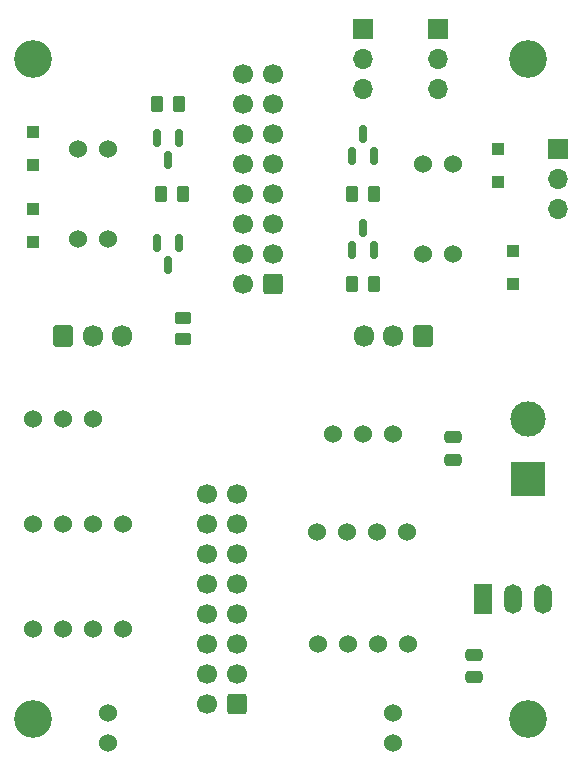
<source format=gbr>
%TF.GenerationSoftware,KiCad,Pcbnew,(6.0.1)*%
%TF.CreationDate,2022-02-03T23:41:23+01:00*%
%TF.ProjectId,CarteSecondaire,43617274-6553-4656-936f-6e6461697265,rev?*%
%TF.SameCoordinates,Original*%
%TF.FileFunction,Soldermask,Top*%
%TF.FilePolarity,Negative*%
%FSLAX46Y46*%
G04 Gerber Fmt 4.6, Leading zero omitted, Abs format (unit mm)*
G04 Created by KiCad (PCBNEW (6.0.1)) date 2022-02-03 23:41:23*
%MOMM*%
%LPD*%
G01*
G04 APERTURE LIST*
G04 Aperture macros list*
%AMRoundRect*
0 Rectangle with rounded corners*
0 $1 Rounding radius*
0 $2 $3 $4 $5 $6 $7 $8 $9 X,Y pos of 4 corners*
0 Add a 4 corners polygon primitive as box body*
4,1,4,$2,$3,$4,$5,$6,$7,$8,$9,$2,$3,0*
0 Add four circle primitives for the rounded corners*
1,1,$1+$1,$2,$3*
1,1,$1+$1,$4,$5*
1,1,$1+$1,$6,$7*
1,1,$1+$1,$8,$9*
0 Add four rect primitives between the rounded corners*
20,1,$1+$1,$2,$3,$4,$5,0*
20,1,$1+$1,$4,$5,$6,$7,0*
20,1,$1+$1,$6,$7,$8,$9,0*
20,1,$1+$1,$8,$9,$2,$3,0*%
G04 Aperture macros list end*
%ADD10RoundRect,0.250000X0.600000X0.600000X-0.600000X0.600000X-0.600000X-0.600000X0.600000X-0.600000X0*%
%ADD11C,1.700000*%
%ADD12R,1.500000X2.500000*%
%ADD13O,1.500000X2.500000*%
%ADD14R,3.000000X3.000000*%
%ADD15C,3.000000*%
%ADD16RoundRect,0.250000X-0.475000X0.250000X-0.475000X-0.250000X0.475000X-0.250000X0.475000X0.250000X0*%
%ADD17R,1.100000X1.100000*%
%ADD18RoundRect,0.250000X-0.450000X0.262500X-0.450000X-0.262500X0.450000X-0.262500X0.450000X0.262500X0*%
%ADD19C,3.200000*%
%ADD20C,1.524000*%
%ADD21RoundRect,0.150000X0.150000X-0.587500X0.150000X0.587500X-0.150000X0.587500X-0.150000X-0.587500X0*%
%ADD22RoundRect,0.250000X0.262500X0.450000X-0.262500X0.450000X-0.262500X-0.450000X0.262500X-0.450000X0*%
%ADD23RoundRect,0.250000X-0.262500X-0.450000X0.262500X-0.450000X0.262500X0.450000X-0.262500X0.450000X0*%
%ADD24R,1.700000X1.700000*%
%ADD25O,1.700000X1.700000*%
%ADD26RoundRect,0.150000X-0.150000X0.587500X-0.150000X-0.587500X0.150000X-0.587500X0.150000X0.587500X0*%
%ADD27RoundRect,0.250000X0.600000X0.675000X-0.600000X0.675000X-0.600000X-0.675000X0.600000X-0.675000X0*%
%ADD28O,1.700000X1.850000*%
%ADD29RoundRect,0.250000X-0.600000X-0.675000X0.600000X-0.675000X0.600000X0.675000X-0.600000X0.675000X0*%
G04 APERTURE END LIST*
D10*
%TO.C,NAPPE2*%
X111801511Y-181001511D03*
D11*
X109261511Y-181001511D03*
X111801511Y-178461511D03*
X109261511Y-178461511D03*
X111801511Y-175921511D03*
X109261511Y-175921511D03*
X111801511Y-173381511D03*
X109261511Y-173381511D03*
X111801511Y-170841511D03*
X109261511Y-170841511D03*
X111801511Y-168301511D03*
X109261511Y-168301511D03*
X111801511Y-165761511D03*
X109261511Y-165761511D03*
X111801511Y-163221511D03*
X109261511Y-163221511D03*
%TD*%
D12*
%TO.C,TSR_1-2450*%
X132639011Y-172111511D03*
D13*
X135179011Y-172111511D03*
X137719011Y-172111511D03*
%TD*%
D14*
%TO.C,SCREW_TERM*%
X136449011Y-161951511D03*
D15*
X136449011Y-156871511D03*
%TD*%
D16*
%TO.C,C3*%
X130099011Y-158461511D03*
X130099011Y-160361511D03*
%TD*%
D17*
%TO.C,D4*%
X133909011Y-134011511D03*
X133909011Y-136811511D03*
%TD*%
D18*
%TO.C,R10*%
X107239011Y-148339011D03*
X107239011Y-150164011D03*
%TD*%
D19*
%TO.C,R*%
X94539011Y-126391511D03*
%TD*%
D20*
%TO.C,PWM_MOT1*%
X94539011Y-156871511D03*
X97079011Y-156871511D03*
X99619011Y-156871511D03*
%TD*%
%TO.C,POMPE1*%
X98349011Y-141631511D03*
X100889011Y-141631511D03*
%TD*%
D21*
%TO.C,Q4*%
X121529011Y-134616511D03*
X123429011Y-134616511D03*
X122479011Y-132741511D03*
%TD*%
%TO.C,Q3*%
X121529011Y-142569011D03*
X123429011Y-142569011D03*
X122479011Y-140694011D03*
%TD*%
D22*
%TO.C,R3*%
X107239011Y-137821511D03*
X105414011Y-137821511D03*
%TD*%
D23*
%TO.C,R8*%
X121566511Y-145441511D03*
X123391511Y-145441511D03*
%TD*%
D20*
%TO.C,CONTACT2*%
X125019011Y-181763511D03*
X125019011Y-184303511D03*
%TD*%
D24*
%TO.C,SERVO1*%
X128829011Y-123851511D03*
D25*
X128829011Y-126391511D03*
X128829011Y-128931511D03*
%TD*%
D20*
%TO.C,ENC_FOL2*%
X126210000Y-166500000D03*
X123670000Y-166500000D03*
X121130000Y-166500000D03*
X118590000Y-166500000D03*
%TD*%
D17*
%TO.C,D3*%
X135179011Y-142641511D03*
X135179011Y-145441511D03*
%TD*%
D20*
%TO.C,EV2*%
X130099011Y-135281511D03*
X127559011Y-135281511D03*
%TD*%
%TO.C,EV1*%
X98349011Y-134011511D03*
X100889011Y-134011511D03*
%TD*%
D19*
%TO.C,R*%
X94539011Y-182271511D03*
%TD*%
D20*
%TO.C,POMPE2*%
X130099011Y-142901511D03*
X127559011Y-142901511D03*
%TD*%
D26*
%TO.C,Q1*%
X106919011Y-141964011D03*
X105019011Y-141964011D03*
X105969011Y-143839011D03*
%TD*%
D20*
%TO.C,ENC_MOT1*%
X94539011Y-174651511D03*
X97079011Y-174651511D03*
X99619011Y-174651511D03*
X102159011Y-174651511D03*
%TD*%
D17*
%TO.C,DIODE*%
X94539011Y-139091511D03*
X94539011Y-141891511D03*
%TD*%
D24*
%TO.C,SERVO3*%
X138989011Y-134026511D03*
D25*
X138989011Y-136566511D03*
X138989011Y-139106511D03*
%TD*%
D19*
%TO.C,R*%
X136449011Y-126391511D03*
%TD*%
D10*
%TO.C,J18*%
X114859011Y-145441511D03*
D11*
X112319011Y-145441511D03*
X114859011Y-142901511D03*
X112319011Y-142901511D03*
X114859011Y-140361511D03*
X112319011Y-140361511D03*
X114859011Y-137821511D03*
X112319011Y-137821511D03*
X114859011Y-135281511D03*
X112319011Y-135281511D03*
X114859011Y-132741511D03*
X112319011Y-132741511D03*
X114859011Y-130201511D03*
X112319011Y-130201511D03*
X114859011Y-127661511D03*
X112319011Y-127661511D03*
%TD*%
D17*
%TO.C,DIODE*%
X94539011Y-135411511D03*
X94539011Y-132611511D03*
%TD*%
D20*
%TO.C,ENC_MOT2*%
X126289011Y-175921511D03*
X123749011Y-175921511D03*
X121209011Y-175921511D03*
X118669011Y-175921511D03*
%TD*%
D19*
%TO.C,R*%
X136449011Y-182271511D03*
%TD*%
D24*
%TO.C,SERVO2*%
X122479011Y-123866511D03*
D25*
X122479011Y-126406511D03*
X122479011Y-128946511D03*
%TD*%
D20*
%TO.C,MOT_PWM2*%
X125019011Y-158141511D03*
X122479011Y-158141511D03*
X119939011Y-158141511D03*
%TD*%
D27*
%TO.C,DYNAMIXEL2*%
X127559011Y-149871511D03*
D28*
X125059011Y-149871511D03*
X122559011Y-149871511D03*
%TD*%
D23*
%TO.C,R9*%
X121566511Y-137821511D03*
X123391511Y-137821511D03*
%TD*%
D29*
%TO.C,DYNAMIXEL1*%
X97119011Y-149901511D03*
D28*
X99619011Y-149901511D03*
X102119011Y-149901511D03*
%TD*%
D26*
%TO.C,Q2*%
X106919011Y-133074011D03*
X105019011Y-133074011D03*
X105969011Y-134949011D03*
%TD*%
D20*
%TO.C,CONTACT1*%
X100889011Y-181763511D03*
X100889011Y-184303511D03*
%TD*%
D16*
%TO.C,C4*%
X131900000Y-176850000D03*
X131900000Y-178750000D03*
%TD*%
D20*
%TO.C,ENC_FOL1*%
X94539011Y-165761511D03*
X97079011Y-165761511D03*
X99619011Y-165761511D03*
X102159011Y-165761511D03*
%TD*%
D22*
%TO.C,R7*%
X106881511Y-130201511D03*
X105056511Y-130201511D03*
%TD*%
M02*

</source>
